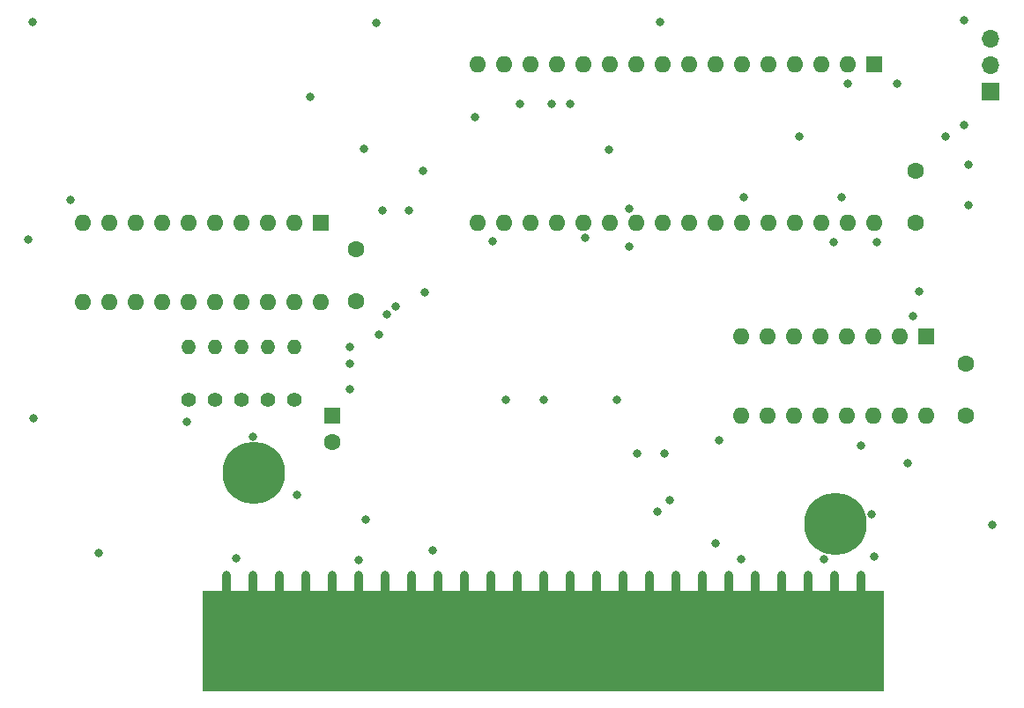
<source format=gbs>
G04 #@! TF.GenerationSoftware,KiCad,Pcbnew,7.0.10*
G04 #@! TF.CreationDate,2024-06-01T12:23:42+09:00*
G04 #@! TF.ProjectId,simple_megarom_cartridge,73696d70-6c65-45f6-9d65-6761726f6d5f,rev?*
G04 #@! TF.SameCoordinates,Original*
G04 #@! TF.FileFunction,Soldermask,Bot*
G04 #@! TF.FilePolarity,Negative*
%FSLAX46Y46*%
G04 Gerber Fmt 4.6, Leading zero omitted, Abs format (unit mm)*
G04 Created by KiCad (PCBNEW 7.0.10) date 2024-06-01 12:23:42*
%MOMM*%
%LPD*%
G01*
G04 APERTURE LIST*
G04 Aperture macros list*
%AMFreePoly0*
4,1,18,0.123607,0.380423,0.235114,0.323607,0.323607,0.235114,0.380423,0.123607,0.400000,0.000000,0.400000,-1.500000,0.850000,-1.500000,0.850000,-10.500000,-0.850000,-10.500000,-0.850000,-1.500000,-0.400000,-1.500000,-0.400000,0.000000,-0.380423,0.123607,-0.323607,0.235114,-0.235114,0.323607,-0.123607,0.380423,0.000000,0.400000,0.123607,0.380423,0.123607,0.380423,$1*%
G04 Aperture macros list end*
%ADD10C,1.600000*%
%ADD11R,1.600000X1.600000*%
%ADD12O,1.600000X1.600000*%
%ADD13C,6.000000*%
%ADD14FreePoly0,0.000000*%
%ADD15C,1.400000*%
%ADD16O,1.400000X1.400000*%
%ADD17R,1.700000X1.700000*%
%ADD18O,1.700000X1.700000*%
%ADD19C,0.800000*%
G04 APERTURE END LIST*
G36*
X133053600Y-105882600D02*
G01*
X67648600Y-105882600D01*
X67648600Y-115483800D01*
X133053600Y-115483800D01*
X133053600Y-105882600D01*
G37*
D10*
X140932000Y-88989000D03*
X140932000Y-83989000D03*
D11*
X132169000Y-55207000D03*
D12*
X129629000Y-55207000D03*
X127089000Y-55207000D03*
X124549000Y-55207000D03*
X122009000Y-55207000D03*
X119469000Y-55207000D03*
X116929000Y-55207000D03*
X114389000Y-55207000D03*
X111849000Y-55207000D03*
X109309000Y-55207000D03*
X106769000Y-55207000D03*
X104229000Y-55207000D03*
X101689000Y-55207000D03*
X99149000Y-55207000D03*
X96609000Y-55207000D03*
X94069000Y-55207000D03*
X94069000Y-70447000D03*
X96609000Y-70447000D03*
X99149000Y-70447000D03*
X101689000Y-70447000D03*
X104229000Y-70447000D03*
X106769000Y-70447000D03*
X109309000Y-70447000D03*
X111849000Y-70447000D03*
X114389000Y-70447000D03*
X116929000Y-70447000D03*
X119469000Y-70447000D03*
X122009000Y-70447000D03*
X124549000Y-70447000D03*
X127089000Y-70447000D03*
X129629000Y-70447000D03*
X132169000Y-70447000D03*
D13*
X72500000Y-94500000D03*
X128380000Y-99453000D03*
D14*
X130894600Y-104325600D03*
X128354600Y-104325600D03*
X125814600Y-104325600D03*
X123274600Y-104325600D03*
X120734600Y-104325600D03*
X118194600Y-104325600D03*
X115654600Y-104325600D03*
X113114600Y-104325600D03*
X110574600Y-104325600D03*
X108034600Y-104325600D03*
X105494600Y-104325600D03*
X102954600Y-104325600D03*
X100414600Y-104325600D03*
X97874600Y-104325600D03*
X95334600Y-104325600D03*
X92794600Y-104325600D03*
X90254600Y-104325600D03*
X87714600Y-104325600D03*
X85174600Y-104325600D03*
X82634600Y-104325600D03*
X80094600Y-104325600D03*
X77554600Y-104325600D03*
X75014600Y-104325600D03*
X72474600Y-104325600D03*
X69934600Y-104325600D03*
D10*
X82385000Y-77987000D03*
X82385000Y-72987000D03*
D11*
X137122000Y-81369000D03*
D12*
X134582000Y-81369000D03*
X132042000Y-81369000D03*
X129502000Y-81369000D03*
X126962000Y-81369000D03*
X124422000Y-81369000D03*
X121882000Y-81369000D03*
X119342000Y-81369000D03*
X119342000Y-88989000D03*
X121882000Y-88989000D03*
X124422000Y-88989000D03*
X126962000Y-88989000D03*
X129502000Y-88989000D03*
X132042000Y-88989000D03*
X134582000Y-88989000D03*
X137122000Y-88989000D03*
D11*
X80099000Y-89029000D03*
D10*
X80099000Y-91529000D03*
D15*
X76416000Y-87465000D03*
D16*
X76416000Y-82385000D03*
D15*
X68796000Y-87465000D03*
D16*
X68796000Y-82385000D03*
D15*
X71336000Y-87465000D03*
D16*
X71336000Y-82385000D03*
D15*
X73876000Y-87465000D03*
D16*
X73876000Y-82385000D03*
D10*
X136106000Y-70447000D03*
X136106000Y-65447000D03*
D15*
X66256000Y-87465000D03*
D16*
X66256000Y-82385000D03*
D17*
X143345000Y-57874000D03*
D18*
X143345000Y-55334000D03*
X143345000Y-52794000D03*
D11*
X78956000Y-70447000D03*
D12*
X76416000Y-70447000D03*
X73876000Y-70447000D03*
X71336000Y-70447000D03*
X68796000Y-70447000D03*
X66256000Y-70447000D03*
X63716000Y-70447000D03*
X61176000Y-70447000D03*
X58636000Y-70447000D03*
X56096000Y-70447000D03*
X56096000Y-78067000D03*
X58636000Y-78067000D03*
X61176000Y-78067000D03*
X63716000Y-78067000D03*
X66256000Y-78067000D03*
X68796000Y-78067000D03*
X71336000Y-78067000D03*
X73876000Y-78067000D03*
X76416000Y-78067000D03*
X78956000Y-78067000D03*
D19*
X84925000Y-69304000D03*
X88798495Y-65430505D03*
X76669992Y-96609008D03*
X88989000Y-77178000D03*
X119596000Y-68034000D03*
X128232000Y-72352000D03*
X127343000Y-102832000D03*
X70828000Y-102705000D03*
X66129000Y-89624000D03*
X89751000Y-101943000D03*
X135852000Y-79464000D03*
X50889000Y-72098000D03*
X132169000Y-102578000D03*
X131915000Y-98514000D03*
X141186000Y-68796000D03*
X83274000Y-99022000D03*
X84290000Y-51270000D03*
X140805000Y-51016000D03*
X128994000Y-68034000D03*
X141186000Y-64859000D03*
X111595000Y-51143000D03*
X51270000Y-51143000D03*
X57620000Y-102197000D03*
X116929000Y-101308000D03*
X51397000Y-89243000D03*
X54953000Y-68288000D03*
X72479000Y-91021000D03*
X95466000Y-72225000D03*
X134328000Y-57112000D03*
X129629000Y-57112000D03*
X132423000Y-72352000D03*
X143472000Y-99530000D03*
X119342000Y-102832000D03*
X87465000Y-69304000D03*
X136487000Y-77051000D03*
X139027000Y-62192000D03*
X124930000Y-62192000D03*
X96736000Y-87465000D03*
X81750000Y-82385000D03*
X93792300Y-60287000D03*
X83147000Y-63335000D03*
X81750000Y-84036000D03*
X106625200Y-63438100D03*
X135344000Y-93561000D03*
X111976000Y-92672000D03*
X109326800Y-92672000D03*
X111341000Y-98260000D03*
X112484000Y-97117000D03*
X108601700Y-72708400D03*
X117241000Y-91401990D03*
X140805000Y-61049000D03*
X130899000Y-91910000D03*
X104392100Y-71875300D03*
X108582600Y-69085000D03*
X107426400Y-87465000D03*
X102959000Y-59017000D03*
X101181000Y-59017000D03*
X100419000Y-87464998D03*
X98133000Y-59017000D03*
X77940000Y-58382000D03*
X86156200Y-78498900D03*
X84531000Y-81242000D03*
X85306002Y-79234600D03*
X82606500Y-102911300D03*
X81750000Y-86451600D03*
M02*

</source>
